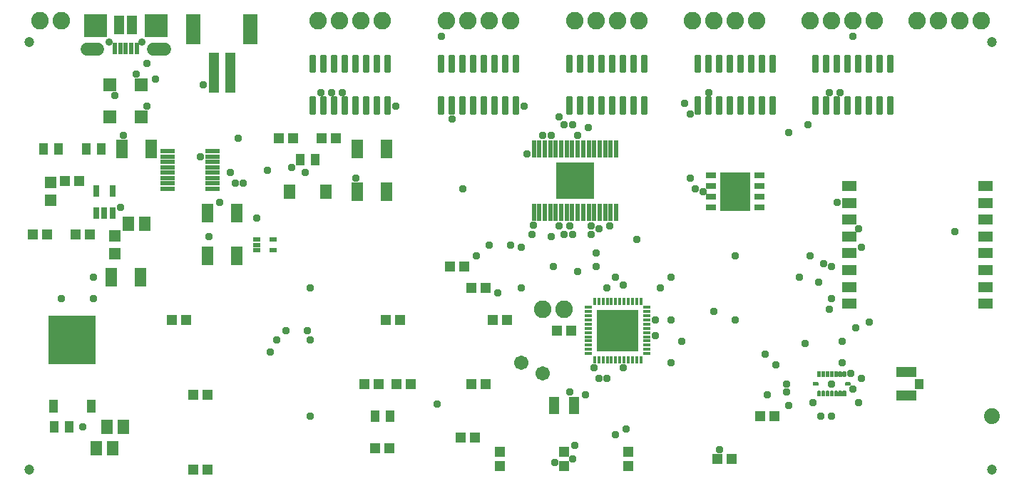
<source format=gbr>
G04 EAGLE Gerber RS-274X export*
G75*
%MOMM*%
%FSLAX34Y34*%
%LPD*%
%INSoldermask Top*%
%IPPOS*%
%AMOC8*
5,1,8,0,0,1.08239X$1,22.5*%
G01*
%ADD10C,1.203200*%
%ADD11R,1.303200X1.203200*%
%ADD12R,1.003200X1.403200*%
%ADD13R,1.203200X1.303200*%
%ADD14R,1.473200X2.263200*%
%ADD15R,1.443200X1.703200*%
%ADD16R,1.403200X1.403200*%
%ADD17R,1.603200X1.603200*%
%ADD18R,1.473200X1.673200*%
%ADD19R,0.503200X2.003200*%
%ADD20C,2.082800*%
%ADD21C,1.879600*%
%ADD22C,1.703200*%
%ADD23R,0.453200X0.953200*%
%ADD24R,0.953200X0.453200*%
%ADD25R,4.903200X4.903200*%
%ADD26C,0.353406*%
%ADD27R,1.168400X0.635000*%
%ADD28R,3.657600X4.546600*%
%ADD29R,0.753200X1.403200*%
%ADD30R,1.703200X1.203200*%
%ADD31R,1.092200X1.600200*%
%ADD32R,5.613400X5.715000*%
%ADD33R,1.203200X4.803200*%
%ADD34R,1.803200X3.603200*%
%ADD35R,1.303200X2.103200*%
%ADD36C,0.903200*%
%ADD37R,2.703200X2.703200*%
%ADD38C,1.511200*%
%ADD39R,1.203200X2.203200*%
%ADD40R,0.500000X1.450000*%
%ADD41R,2.403200X1.253200*%
%ADD42R,1.003200X1.203200*%
%ADD43R,1.803200X0.563200*%
%ADD44R,0.953200X0.603200*%
%ADD45C,0.959600*%

G36*
X695165Y765777D02*
X695165Y765777D01*
X695231Y765779D01*
X695274Y765797D01*
X695321Y765805D01*
X695378Y765839D01*
X695438Y765864D01*
X695473Y765895D01*
X695514Y765920D01*
X695556Y765971D01*
X695604Y766015D01*
X695626Y766057D01*
X695655Y766094D01*
X695676Y766156D01*
X695707Y766215D01*
X695715Y766269D01*
X695727Y766306D01*
X695726Y766346D01*
X695734Y766400D01*
X695734Y808400D01*
X695723Y808465D01*
X695721Y808531D01*
X695703Y808574D01*
X695695Y808621D01*
X695661Y808678D01*
X695636Y808738D01*
X695605Y808773D01*
X695580Y808814D01*
X695529Y808856D01*
X695485Y808904D01*
X695443Y808926D01*
X695406Y808955D01*
X695344Y808976D01*
X695285Y809007D01*
X695231Y809015D01*
X695194Y809027D01*
X695154Y809026D01*
X695100Y809034D01*
X651100Y809034D01*
X651035Y809023D01*
X650969Y809021D01*
X650926Y809003D01*
X650879Y808995D01*
X650822Y808961D01*
X650762Y808936D01*
X650727Y808905D01*
X650686Y808880D01*
X650645Y808829D01*
X650596Y808785D01*
X650574Y808743D01*
X650545Y808706D01*
X650524Y808644D01*
X650493Y808585D01*
X650485Y808531D01*
X650473Y808494D01*
X650474Y808454D01*
X650466Y808400D01*
X650466Y766400D01*
X650477Y766335D01*
X650479Y766269D01*
X650497Y766226D01*
X650505Y766179D01*
X650539Y766122D01*
X650564Y766062D01*
X650595Y766027D01*
X650620Y765986D01*
X650671Y765945D01*
X650715Y765896D01*
X650757Y765874D01*
X650794Y765845D01*
X650856Y765824D01*
X650915Y765793D01*
X650969Y765785D01*
X651006Y765773D01*
X651046Y765774D01*
X651100Y765766D01*
X695100Y765766D01*
X695165Y765777D01*
G37*
G36*
X999401Y543846D02*
X999401Y543846D01*
X999743Y543940D01*
X999744Y543940D01*
X1000040Y544135D01*
X1000040Y544136D01*
X1000041Y544136D01*
X1000262Y544412D01*
X1000262Y544413D01*
X1000263Y544413D01*
X1000388Y544745D01*
X1000387Y544746D01*
X1000388Y544746D01*
X1000394Y544869D01*
X1000394Y544870D01*
X1000404Y545100D01*
X1000404Y547100D01*
X1000388Y547454D01*
X1000387Y547455D01*
X1000388Y547455D01*
X1000263Y547787D01*
X1000262Y547787D01*
X1000262Y547788D01*
X1000041Y548064D01*
X1000040Y548064D01*
X1000040Y548065D01*
X999744Y548260D01*
X999743Y548260D01*
X999401Y548354D01*
X999400Y548354D01*
X994900Y548354D01*
X994899Y548354D01*
X994504Y548300D01*
X994504Y548299D01*
X994503Y548299D01*
X994144Y548125D01*
X994144Y548124D01*
X994143Y548124D01*
X993855Y547848D01*
X993855Y547847D01*
X993854Y547847D01*
X993666Y547495D01*
X993667Y547494D01*
X993666Y547494D01*
X993666Y547493D01*
X993663Y547476D01*
X993657Y547446D01*
X993654Y547429D01*
X993652Y547416D01*
X993649Y547399D01*
X993647Y547387D01*
X993644Y547370D01*
X993642Y547357D01*
X993639Y547340D01*
X993638Y547340D01*
X993639Y547340D01*
X993633Y547310D01*
X993630Y547293D01*
X993628Y547280D01*
X993625Y547263D01*
X993623Y547251D01*
X993620Y547234D01*
X993614Y547204D01*
X993611Y547187D01*
X993609Y547174D01*
X993606Y547157D01*
X993604Y547144D01*
X993601Y547127D01*
X993598Y547115D01*
X993596Y547101D01*
X993596Y547100D01*
X993596Y545100D01*
X993596Y545099D01*
X993666Y544706D01*
X993667Y544706D01*
X993666Y544705D01*
X993854Y544353D01*
X993855Y544353D01*
X993855Y544352D01*
X994143Y544076D01*
X994144Y544076D01*
X994144Y544075D01*
X994503Y543901D01*
X994504Y543901D01*
X994504Y543900D01*
X994899Y543846D01*
X994900Y543846D01*
X999400Y543846D01*
X999401Y543846D01*
G37*
G36*
X961201Y543846D02*
X961201Y543846D01*
X961543Y543940D01*
X961544Y543940D01*
X961840Y544135D01*
X961840Y544136D01*
X961841Y544136D01*
X962062Y544412D01*
X962062Y544413D01*
X962063Y544413D01*
X962188Y544745D01*
X962187Y544746D01*
X962188Y544746D01*
X962194Y544869D01*
X962194Y544870D01*
X962204Y545100D01*
X962204Y547100D01*
X962188Y547454D01*
X962187Y547455D01*
X962188Y547455D01*
X962063Y547787D01*
X962062Y547787D01*
X962062Y547788D01*
X961841Y548064D01*
X961840Y548064D01*
X961840Y548065D01*
X961544Y548260D01*
X961543Y548260D01*
X961201Y548354D01*
X961200Y548354D01*
X956700Y548354D01*
X956699Y548354D01*
X956304Y548300D01*
X956304Y548299D01*
X956303Y548299D01*
X955944Y548125D01*
X955944Y548124D01*
X955943Y548124D01*
X955655Y547848D01*
X955655Y547847D01*
X955654Y547847D01*
X955466Y547495D01*
X955467Y547494D01*
X955466Y547494D01*
X955466Y547493D01*
X955463Y547476D01*
X955457Y547446D01*
X955454Y547429D01*
X955452Y547416D01*
X955449Y547399D01*
X955447Y547387D01*
X955444Y547370D01*
X955442Y547357D01*
X955439Y547340D01*
X955438Y547340D01*
X955439Y547340D01*
X955433Y547310D01*
X955430Y547293D01*
X955428Y547280D01*
X955425Y547263D01*
X955423Y547251D01*
X955420Y547234D01*
X955414Y547204D01*
X955411Y547187D01*
X955409Y547174D01*
X955406Y547157D01*
X955404Y547144D01*
X955401Y547127D01*
X955398Y547115D01*
X955396Y547101D01*
X955396Y547100D01*
X955396Y545100D01*
X955396Y545099D01*
X955466Y544706D01*
X955467Y544706D01*
X955466Y544705D01*
X955654Y544353D01*
X955655Y544353D01*
X955655Y544352D01*
X955943Y544076D01*
X955944Y544076D01*
X955944Y544075D01*
X956303Y543901D01*
X956304Y543901D01*
X956304Y543900D01*
X956699Y543846D01*
X956700Y543846D01*
X961200Y543846D01*
X961201Y543846D01*
G37*
G36*
X993900Y531096D02*
X993900Y531096D01*
X994254Y531112D01*
X994255Y531113D01*
X994255Y531112D01*
X994587Y531237D01*
X994587Y531238D01*
X994588Y531238D01*
X994864Y531459D01*
X994864Y531460D01*
X994865Y531460D01*
X995060Y531756D01*
X995060Y531757D01*
X995154Y532099D01*
X995154Y532100D01*
X995154Y536600D01*
X995154Y536601D01*
X995100Y536996D01*
X995099Y536996D01*
X995099Y536997D01*
X994925Y537356D01*
X994924Y537356D01*
X994924Y537357D01*
X994648Y537645D01*
X994647Y537645D01*
X994647Y537646D01*
X994295Y537834D01*
X994294Y537833D01*
X994294Y537834D01*
X993901Y537904D01*
X993900Y537904D01*
X991900Y537904D01*
X991899Y537904D01*
X991506Y537834D01*
X991506Y537833D01*
X991505Y537834D01*
X991153Y537646D01*
X991153Y537645D01*
X991152Y537645D01*
X990876Y537357D01*
X990876Y537356D01*
X990875Y537356D01*
X990701Y536997D01*
X990701Y536996D01*
X990700Y536996D01*
X990700Y536995D01*
X990697Y536974D01*
X990694Y536949D01*
X990691Y536927D01*
X990687Y536902D01*
X990685Y536881D01*
X990681Y536855D01*
X990678Y536834D01*
X990677Y536830D01*
X990675Y536808D01*
X990672Y536787D01*
X990671Y536783D01*
X990668Y536762D01*
X990665Y536740D01*
X990665Y536736D01*
X990662Y536715D01*
X990659Y536694D01*
X990658Y536689D01*
X990655Y536668D01*
X990652Y536647D01*
X990652Y536643D01*
X990649Y536621D01*
X990646Y536601D01*
X990646Y536600D01*
X990646Y532100D01*
X990646Y532099D01*
X990740Y531757D01*
X990740Y531756D01*
X990935Y531460D01*
X990936Y531460D01*
X990936Y531459D01*
X991212Y531238D01*
X991213Y531238D01*
X991213Y531237D01*
X991545Y531112D01*
X991546Y531113D01*
X991546Y531112D01*
X991900Y531096D01*
X993900Y531096D01*
X993900Y531096D01*
G37*
G36*
X983900Y531096D02*
X983900Y531096D01*
X984254Y531112D01*
X984255Y531113D01*
X984255Y531112D01*
X984587Y531237D01*
X984587Y531238D01*
X984588Y531238D01*
X984864Y531459D01*
X984864Y531460D01*
X984865Y531460D01*
X985060Y531756D01*
X985060Y531757D01*
X985154Y532099D01*
X985154Y532100D01*
X985154Y536600D01*
X985154Y536601D01*
X985100Y536996D01*
X985099Y536996D01*
X985099Y536997D01*
X984925Y537356D01*
X984924Y537356D01*
X984924Y537357D01*
X984648Y537645D01*
X984647Y537645D01*
X984647Y537646D01*
X984295Y537834D01*
X984294Y537833D01*
X984294Y537834D01*
X983901Y537904D01*
X983900Y537904D01*
X981900Y537904D01*
X981899Y537904D01*
X981506Y537834D01*
X981506Y537833D01*
X981505Y537834D01*
X981153Y537646D01*
X981153Y537645D01*
X981152Y537645D01*
X980876Y537357D01*
X980876Y537356D01*
X980875Y537356D01*
X980701Y536997D01*
X980701Y536996D01*
X980700Y536996D01*
X980700Y536995D01*
X980697Y536974D01*
X980694Y536949D01*
X980691Y536927D01*
X980687Y536902D01*
X980685Y536881D01*
X980681Y536855D01*
X980678Y536834D01*
X980677Y536830D01*
X980675Y536808D01*
X980672Y536787D01*
X980671Y536783D01*
X980668Y536762D01*
X980665Y536740D01*
X980665Y536736D01*
X980662Y536715D01*
X980659Y536694D01*
X980658Y536689D01*
X980655Y536668D01*
X980652Y536647D01*
X980652Y536643D01*
X980649Y536621D01*
X980646Y536601D01*
X980646Y536600D01*
X980646Y532100D01*
X980646Y532099D01*
X980740Y531757D01*
X980740Y531756D01*
X980935Y531460D01*
X980936Y531460D01*
X980936Y531459D01*
X981212Y531238D01*
X981213Y531238D01*
X981213Y531237D01*
X981545Y531112D01*
X981546Y531113D01*
X981546Y531112D01*
X981900Y531096D01*
X983900Y531096D01*
X983900Y531096D01*
G37*
G36*
X988900Y531096D02*
X988900Y531096D01*
X989254Y531112D01*
X989255Y531113D01*
X989255Y531112D01*
X989587Y531237D01*
X989587Y531238D01*
X989588Y531238D01*
X989864Y531459D01*
X989864Y531460D01*
X989865Y531460D01*
X990060Y531756D01*
X990060Y531757D01*
X990154Y532099D01*
X990154Y532100D01*
X990154Y536600D01*
X990154Y536601D01*
X990100Y536996D01*
X990099Y536996D01*
X990099Y536997D01*
X989925Y537356D01*
X989924Y537356D01*
X989924Y537357D01*
X989648Y537645D01*
X989647Y537645D01*
X989647Y537646D01*
X989295Y537834D01*
X989294Y537833D01*
X989294Y537834D01*
X988901Y537904D01*
X988900Y537904D01*
X986900Y537904D01*
X986899Y537904D01*
X986506Y537834D01*
X986506Y537833D01*
X986505Y537834D01*
X986153Y537646D01*
X986153Y537645D01*
X986152Y537645D01*
X985876Y537357D01*
X985876Y537356D01*
X985875Y537356D01*
X985701Y536997D01*
X985701Y536996D01*
X985700Y536996D01*
X985700Y536995D01*
X985697Y536974D01*
X985694Y536949D01*
X985691Y536927D01*
X985687Y536902D01*
X985685Y536881D01*
X985681Y536855D01*
X985678Y536834D01*
X985677Y536830D01*
X985675Y536808D01*
X985672Y536787D01*
X985671Y536783D01*
X985668Y536762D01*
X985665Y536740D01*
X985665Y536736D01*
X985662Y536715D01*
X985659Y536694D01*
X985658Y536689D01*
X985655Y536668D01*
X985652Y536647D01*
X985652Y536643D01*
X985649Y536621D01*
X985646Y536601D01*
X985646Y536600D01*
X985646Y532100D01*
X985646Y532099D01*
X985740Y531757D01*
X985740Y531756D01*
X985935Y531460D01*
X985936Y531460D01*
X985936Y531459D01*
X986212Y531238D01*
X986213Y531238D01*
X986213Y531237D01*
X986545Y531112D01*
X986546Y531113D01*
X986546Y531112D01*
X986900Y531096D01*
X988900Y531096D01*
X988900Y531096D01*
G37*
G36*
X973900Y531096D02*
X973900Y531096D01*
X974254Y531112D01*
X974255Y531113D01*
X974255Y531112D01*
X974587Y531237D01*
X974587Y531238D01*
X974588Y531238D01*
X974864Y531459D01*
X974864Y531460D01*
X974865Y531460D01*
X975060Y531756D01*
X975060Y531757D01*
X975154Y532099D01*
X975154Y532100D01*
X975154Y536600D01*
X975154Y536601D01*
X975100Y536996D01*
X975099Y536996D01*
X975099Y536997D01*
X974925Y537356D01*
X974924Y537356D01*
X974924Y537357D01*
X974648Y537645D01*
X974647Y537645D01*
X974647Y537646D01*
X974295Y537834D01*
X974294Y537833D01*
X974294Y537834D01*
X973901Y537904D01*
X973900Y537904D01*
X971900Y537904D01*
X971899Y537904D01*
X971506Y537834D01*
X971506Y537833D01*
X971505Y537834D01*
X971153Y537646D01*
X971153Y537645D01*
X971152Y537645D01*
X970876Y537357D01*
X970876Y537356D01*
X970875Y537356D01*
X970701Y536997D01*
X970701Y536996D01*
X970700Y536996D01*
X970700Y536995D01*
X970697Y536974D01*
X970694Y536949D01*
X970691Y536927D01*
X970687Y536902D01*
X970685Y536881D01*
X970681Y536855D01*
X970678Y536834D01*
X970677Y536830D01*
X970675Y536808D01*
X970672Y536787D01*
X970671Y536783D01*
X970668Y536762D01*
X970665Y536740D01*
X970665Y536736D01*
X970662Y536715D01*
X970659Y536694D01*
X970658Y536689D01*
X970655Y536668D01*
X970652Y536647D01*
X970652Y536643D01*
X970649Y536621D01*
X970646Y536601D01*
X970646Y536600D01*
X970646Y532100D01*
X970646Y532099D01*
X970740Y531757D01*
X970740Y531756D01*
X970935Y531460D01*
X970936Y531460D01*
X970936Y531459D01*
X971212Y531238D01*
X971213Y531238D01*
X971213Y531237D01*
X971545Y531112D01*
X971546Y531113D01*
X971546Y531112D01*
X971900Y531096D01*
X973900Y531096D01*
X973900Y531096D01*
G37*
G36*
X963900Y531096D02*
X963900Y531096D01*
X964254Y531112D01*
X964255Y531113D01*
X964255Y531112D01*
X964587Y531237D01*
X964587Y531238D01*
X964588Y531238D01*
X964864Y531459D01*
X964864Y531460D01*
X964865Y531460D01*
X965060Y531756D01*
X965060Y531757D01*
X965154Y532099D01*
X965154Y532100D01*
X965154Y536600D01*
X965154Y536601D01*
X965100Y536996D01*
X965099Y536996D01*
X965099Y536997D01*
X964925Y537356D01*
X964924Y537356D01*
X964924Y537357D01*
X964648Y537645D01*
X964647Y537645D01*
X964647Y537646D01*
X964295Y537834D01*
X964294Y537833D01*
X964294Y537834D01*
X963901Y537904D01*
X963900Y537904D01*
X961900Y537904D01*
X961899Y537904D01*
X961506Y537834D01*
X961506Y537833D01*
X961505Y537834D01*
X961153Y537646D01*
X961153Y537645D01*
X961152Y537645D01*
X960876Y537357D01*
X960876Y537356D01*
X960875Y537356D01*
X960701Y536997D01*
X960701Y536996D01*
X960700Y536996D01*
X960700Y536995D01*
X960697Y536974D01*
X960694Y536949D01*
X960691Y536927D01*
X960687Y536902D01*
X960685Y536881D01*
X960681Y536855D01*
X960678Y536834D01*
X960677Y536830D01*
X960675Y536808D01*
X960672Y536787D01*
X960671Y536783D01*
X960668Y536762D01*
X960665Y536740D01*
X960665Y536736D01*
X960662Y536715D01*
X960659Y536694D01*
X960658Y536689D01*
X960655Y536668D01*
X960652Y536647D01*
X960652Y536643D01*
X960649Y536621D01*
X960646Y536601D01*
X960646Y536600D01*
X960646Y532100D01*
X960646Y532099D01*
X960740Y531757D01*
X960740Y531756D01*
X960935Y531460D01*
X960936Y531460D01*
X960936Y531459D01*
X961212Y531238D01*
X961213Y531238D01*
X961213Y531237D01*
X961545Y531112D01*
X961546Y531113D01*
X961546Y531112D01*
X961900Y531096D01*
X963900Y531096D01*
X963900Y531096D01*
G37*
G36*
X978900Y531096D02*
X978900Y531096D01*
X979254Y531112D01*
X979255Y531113D01*
X979255Y531112D01*
X979587Y531237D01*
X979587Y531238D01*
X979588Y531238D01*
X979864Y531459D01*
X979864Y531460D01*
X979865Y531460D01*
X980060Y531756D01*
X980060Y531757D01*
X980154Y532099D01*
X980154Y532100D01*
X980154Y536600D01*
X980154Y536601D01*
X980100Y536996D01*
X980099Y536996D01*
X980099Y536997D01*
X979925Y537356D01*
X979924Y537356D01*
X979924Y537357D01*
X979648Y537645D01*
X979647Y537645D01*
X979647Y537646D01*
X979295Y537834D01*
X979294Y537833D01*
X979294Y537834D01*
X978901Y537904D01*
X978900Y537904D01*
X976900Y537904D01*
X976899Y537904D01*
X976506Y537834D01*
X976506Y537833D01*
X976505Y537834D01*
X976153Y537646D01*
X976153Y537645D01*
X976152Y537645D01*
X975876Y537357D01*
X975876Y537356D01*
X975875Y537356D01*
X975701Y536997D01*
X975701Y536996D01*
X975700Y536996D01*
X975700Y536995D01*
X975697Y536974D01*
X975694Y536949D01*
X975691Y536927D01*
X975687Y536902D01*
X975685Y536881D01*
X975681Y536855D01*
X975678Y536834D01*
X975677Y536830D01*
X975675Y536808D01*
X975672Y536787D01*
X975671Y536783D01*
X975668Y536762D01*
X975665Y536740D01*
X975665Y536736D01*
X975662Y536715D01*
X975659Y536694D01*
X975658Y536689D01*
X975655Y536668D01*
X975652Y536647D01*
X975652Y536643D01*
X975649Y536621D01*
X975646Y536601D01*
X975646Y536600D01*
X975646Y532100D01*
X975646Y532099D01*
X975740Y531757D01*
X975740Y531756D01*
X975935Y531460D01*
X975936Y531460D01*
X975936Y531459D01*
X976212Y531238D01*
X976213Y531238D01*
X976213Y531237D01*
X976545Y531112D01*
X976546Y531113D01*
X976546Y531112D01*
X976900Y531096D01*
X978900Y531096D01*
X978900Y531096D01*
G37*
G36*
X968900Y531096D02*
X968900Y531096D01*
X969254Y531112D01*
X969255Y531113D01*
X969255Y531112D01*
X969587Y531237D01*
X969587Y531238D01*
X969588Y531238D01*
X969864Y531459D01*
X969864Y531460D01*
X969865Y531460D01*
X970060Y531756D01*
X970060Y531757D01*
X970154Y532099D01*
X970154Y532100D01*
X970154Y536600D01*
X970154Y536601D01*
X970100Y536996D01*
X970099Y536996D01*
X970099Y536997D01*
X969925Y537356D01*
X969924Y537356D01*
X969924Y537357D01*
X969648Y537645D01*
X969647Y537645D01*
X969647Y537646D01*
X969295Y537834D01*
X969294Y537833D01*
X969294Y537834D01*
X968901Y537904D01*
X968900Y537904D01*
X966900Y537904D01*
X966899Y537904D01*
X966506Y537834D01*
X966506Y537833D01*
X966505Y537834D01*
X966153Y537646D01*
X966153Y537645D01*
X966152Y537645D01*
X965876Y537357D01*
X965876Y537356D01*
X965875Y537356D01*
X965701Y536997D01*
X965701Y536996D01*
X965700Y536996D01*
X965700Y536995D01*
X965697Y536974D01*
X965694Y536949D01*
X965691Y536927D01*
X965687Y536902D01*
X965685Y536881D01*
X965681Y536855D01*
X965678Y536834D01*
X965677Y536830D01*
X965675Y536808D01*
X965672Y536787D01*
X965671Y536783D01*
X965668Y536762D01*
X965665Y536740D01*
X965665Y536736D01*
X965662Y536715D01*
X965659Y536694D01*
X965658Y536689D01*
X965655Y536668D01*
X965652Y536647D01*
X965652Y536643D01*
X965649Y536621D01*
X965646Y536601D01*
X965646Y536600D01*
X965646Y532100D01*
X965646Y532099D01*
X965740Y531757D01*
X965740Y531756D01*
X965935Y531460D01*
X965936Y531460D01*
X965936Y531459D01*
X966212Y531238D01*
X966213Y531238D01*
X966213Y531237D01*
X966545Y531112D01*
X966546Y531113D01*
X966546Y531112D01*
X966900Y531096D01*
X968900Y531096D01*
X968900Y531096D01*
G37*
G36*
X968900Y554296D02*
X968900Y554296D01*
X968901Y554296D01*
X969294Y554366D01*
X969294Y554367D01*
X969295Y554366D01*
X969647Y554554D01*
X969647Y554555D01*
X969648Y554555D01*
X969924Y554843D01*
X969924Y554844D01*
X969925Y554844D01*
X970099Y555203D01*
X970099Y555204D01*
X970100Y555204D01*
X970100Y555205D01*
X970103Y555226D01*
X970106Y555251D01*
X970106Y555252D01*
X970109Y555273D01*
X970113Y555298D01*
X970115Y555319D01*
X970116Y555319D01*
X970116Y555320D01*
X970119Y555345D01*
X970122Y555366D01*
X970123Y555370D01*
X970123Y555371D01*
X970125Y555392D01*
X970126Y555392D01*
X970125Y555392D01*
X970128Y555413D01*
X970129Y555417D01*
X970132Y555438D01*
X970132Y555439D01*
X970135Y555460D01*
X970135Y555464D01*
X970136Y555464D01*
X970135Y555464D01*
X970138Y555485D01*
X970141Y555506D01*
X970141Y555507D01*
X970142Y555511D01*
X970145Y555532D01*
X970148Y555553D01*
X970148Y555557D01*
X970148Y555558D01*
X970151Y555579D01*
X970154Y555599D01*
X970154Y555600D01*
X970154Y560100D01*
X970154Y560101D01*
X970060Y560443D01*
X970060Y560444D01*
X969865Y560740D01*
X969864Y560740D01*
X969864Y560741D01*
X969588Y560962D01*
X969587Y560962D01*
X969587Y560963D01*
X969255Y561088D01*
X969255Y561087D01*
X969254Y561087D01*
X969254Y561088D01*
X968900Y561104D01*
X966900Y561104D01*
X966546Y561088D01*
X966545Y561087D01*
X966545Y561088D01*
X966213Y560963D01*
X966213Y560962D01*
X966212Y560962D01*
X965936Y560741D01*
X965936Y560740D01*
X965935Y560740D01*
X965740Y560444D01*
X965740Y560443D01*
X965646Y560101D01*
X965646Y560100D01*
X965646Y555600D01*
X965646Y555599D01*
X965700Y555204D01*
X965701Y555204D01*
X965701Y555203D01*
X965875Y554844D01*
X965876Y554844D01*
X965876Y554843D01*
X966152Y554555D01*
X966153Y554555D01*
X966153Y554554D01*
X966505Y554366D01*
X966506Y554367D01*
X966506Y554366D01*
X966899Y554296D01*
X966900Y554296D01*
X968900Y554296D01*
X968900Y554296D01*
G37*
G36*
X983900Y554296D02*
X983900Y554296D01*
X983901Y554296D01*
X984294Y554366D01*
X984294Y554367D01*
X984295Y554366D01*
X984647Y554554D01*
X984647Y554555D01*
X984648Y554555D01*
X984924Y554843D01*
X984924Y554844D01*
X984925Y554844D01*
X985099Y555203D01*
X985099Y555204D01*
X985100Y555204D01*
X985100Y555205D01*
X985103Y555226D01*
X985106Y555251D01*
X985106Y555252D01*
X985109Y555273D01*
X985113Y555298D01*
X985115Y555319D01*
X985116Y555319D01*
X985116Y555320D01*
X985119Y555345D01*
X985122Y555366D01*
X985123Y555370D01*
X985123Y555371D01*
X985125Y555392D01*
X985126Y555392D01*
X985125Y555392D01*
X985128Y555413D01*
X985129Y555417D01*
X985132Y555438D01*
X985132Y555439D01*
X985135Y555460D01*
X985135Y555464D01*
X985136Y555464D01*
X985135Y555464D01*
X985138Y555485D01*
X985141Y555506D01*
X985141Y555507D01*
X985142Y555511D01*
X985145Y555532D01*
X985148Y555553D01*
X985148Y555557D01*
X985148Y555558D01*
X985151Y555579D01*
X985154Y555599D01*
X985154Y555600D01*
X985154Y560100D01*
X985154Y560101D01*
X985060Y560443D01*
X985060Y560444D01*
X984865Y560740D01*
X984864Y560740D01*
X984864Y560741D01*
X984588Y560962D01*
X984587Y560962D01*
X984587Y560963D01*
X984255Y561088D01*
X984255Y561087D01*
X984254Y561087D01*
X984254Y561088D01*
X983900Y561104D01*
X981900Y561104D01*
X981546Y561088D01*
X981545Y561087D01*
X981545Y561088D01*
X981213Y560963D01*
X981213Y560962D01*
X981212Y560962D01*
X980936Y560741D01*
X980936Y560740D01*
X980935Y560740D01*
X980740Y560444D01*
X980740Y560443D01*
X980646Y560101D01*
X980646Y560100D01*
X980646Y555600D01*
X980646Y555599D01*
X980700Y555204D01*
X980701Y555204D01*
X980701Y555203D01*
X980875Y554844D01*
X980876Y554844D01*
X980876Y554843D01*
X981152Y554555D01*
X981153Y554555D01*
X981153Y554554D01*
X981505Y554366D01*
X981506Y554367D01*
X981506Y554366D01*
X981899Y554296D01*
X981900Y554296D01*
X983900Y554296D01*
X983900Y554296D01*
G37*
G36*
X988900Y554296D02*
X988900Y554296D01*
X988901Y554296D01*
X989294Y554366D01*
X989294Y554367D01*
X989295Y554366D01*
X989647Y554554D01*
X989647Y554555D01*
X989648Y554555D01*
X989924Y554843D01*
X989924Y554844D01*
X989925Y554844D01*
X990099Y555203D01*
X990099Y555204D01*
X990100Y555204D01*
X990100Y555205D01*
X990103Y555226D01*
X990106Y555251D01*
X990106Y555252D01*
X990109Y555273D01*
X990113Y555298D01*
X990115Y555319D01*
X990116Y555319D01*
X990116Y555320D01*
X990119Y555345D01*
X990122Y555366D01*
X990123Y555370D01*
X990123Y555371D01*
X990125Y555392D01*
X990126Y555392D01*
X990125Y555392D01*
X990128Y555413D01*
X990129Y555417D01*
X990132Y555438D01*
X990132Y555439D01*
X990135Y555460D01*
X990135Y555464D01*
X990136Y555464D01*
X990135Y555464D01*
X990138Y555485D01*
X990141Y555506D01*
X990141Y555507D01*
X990142Y555511D01*
X990145Y555532D01*
X990148Y555553D01*
X990148Y555557D01*
X990148Y555558D01*
X990151Y555579D01*
X990154Y555599D01*
X990154Y555600D01*
X990154Y560100D01*
X990154Y560101D01*
X990060Y560443D01*
X990060Y560444D01*
X989865Y560740D01*
X989864Y560740D01*
X989864Y560741D01*
X989588Y560962D01*
X989587Y560962D01*
X989587Y560963D01*
X989255Y561088D01*
X989255Y561087D01*
X989254Y561087D01*
X989254Y561088D01*
X988900Y561104D01*
X986900Y561104D01*
X986546Y561088D01*
X986545Y561087D01*
X986545Y561088D01*
X986213Y560963D01*
X986213Y560962D01*
X986212Y560962D01*
X985936Y560741D01*
X985936Y560740D01*
X985935Y560740D01*
X985740Y560444D01*
X985740Y560443D01*
X985646Y560101D01*
X985646Y560100D01*
X985646Y555600D01*
X985646Y555599D01*
X985700Y555204D01*
X985701Y555204D01*
X985701Y555203D01*
X985875Y554844D01*
X985876Y554844D01*
X985876Y554843D01*
X986152Y554555D01*
X986153Y554555D01*
X986153Y554554D01*
X986505Y554366D01*
X986506Y554367D01*
X986506Y554366D01*
X986899Y554296D01*
X986900Y554296D01*
X988900Y554296D01*
X988900Y554296D01*
G37*
G36*
X973900Y554296D02*
X973900Y554296D01*
X973901Y554296D01*
X974294Y554366D01*
X974294Y554367D01*
X974295Y554366D01*
X974647Y554554D01*
X974647Y554555D01*
X974648Y554555D01*
X974924Y554843D01*
X974924Y554844D01*
X974925Y554844D01*
X975099Y555203D01*
X975099Y555204D01*
X975100Y555204D01*
X975100Y555205D01*
X975103Y555226D01*
X975106Y555251D01*
X975106Y555252D01*
X975109Y555273D01*
X975113Y555298D01*
X975115Y555319D01*
X975116Y555319D01*
X975116Y555320D01*
X975119Y555345D01*
X975122Y555366D01*
X975123Y555370D01*
X975123Y555371D01*
X975125Y555392D01*
X975126Y555392D01*
X975125Y555392D01*
X975128Y555413D01*
X975129Y555417D01*
X975132Y555438D01*
X975132Y555439D01*
X975135Y555460D01*
X975135Y555464D01*
X975136Y555464D01*
X975135Y555464D01*
X975138Y555485D01*
X975141Y555506D01*
X975141Y555507D01*
X975142Y555511D01*
X975145Y555532D01*
X975148Y555553D01*
X975148Y555557D01*
X975148Y555558D01*
X975151Y555579D01*
X975154Y555599D01*
X975154Y555600D01*
X975154Y560100D01*
X975154Y560101D01*
X975060Y560443D01*
X975060Y560444D01*
X974865Y560740D01*
X974864Y560740D01*
X974864Y560741D01*
X974588Y560962D01*
X974587Y560962D01*
X974587Y560963D01*
X974255Y561088D01*
X974255Y561087D01*
X974254Y561087D01*
X974254Y561088D01*
X973900Y561104D01*
X971900Y561104D01*
X971546Y561088D01*
X971545Y561087D01*
X971545Y561088D01*
X971213Y560963D01*
X971213Y560962D01*
X971212Y560962D01*
X970936Y560741D01*
X970936Y560740D01*
X970935Y560740D01*
X970740Y560444D01*
X970740Y560443D01*
X970646Y560101D01*
X970646Y560100D01*
X970646Y555600D01*
X970646Y555599D01*
X970700Y555204D01*
X970701Y555204D01*
X970701Y555203D01*
X970875Y554844D01*
X970876Y554844D01*
X970876Y554843D01*
X971152Y554555D01*
X971153Y554555D01*
X971153Y554554D01*
X971505Y554366D01*
X971506Y554367D01*
X971506Y554366D01*
X971899Y554296D01*
X971900Y554296D01*
X973900Y554296D01*
X973900Y554296D01*
G37*
G36*
X993900Y554296D02*
X993900Y554296D01*
X993901Y554296D01*
X994294Y554366D01*
X994294Y554367D01*
X994295Y554366D01*
X994647Y554554D01*
X994647Y554555D01*
X994648Y554555D01*
X994924Y554843D01*
X994924Y554844D01*
X994925Y554844D01*
X995099Y555203D01*
X995099Y555204D01*
X995100Y555204D01*
X995100Y555205D01*
X995103Y555226D01*
X995106Y555251D01*
X995106Y555252D01*
X995109Y555273D01*
X995113Y555298D01*
X995115Y555319D01*
X995116Y555319D01*
X995116Y555320D01*
X995119Y555345D01*
X995122Y555366D01*
X995123Y555370D01*
X995123Y555371D01*
X995125Y555392D01*
X995126Y555392D01*
X995125Y555392D01*
X995128Y555413D01*
X995129Y555417D01*
X995132Y555438D01*
X995132Y555439D01*
X995135Y555460D01*
X995135Y555464D01*
X995136Y555464D01*
X995135Y555464D01*
X995138Y555485D01*
X995141Y555506D01*
X995141Y555507D01*
X995142Y555511D01*
X995145Y555532D01*
X995148Y555553D01*
X995148Y555557D01*
X995148Y555558D01*
X995151Y555579D01*
X995154Y555599D01*
X995154Y555600D01*
X995154Y560100D01*
X995154Y560101D01*
X995060Y560443D01*
X995060Y560444D01*
X994865Y560740D01*
X994864Y560740D01*
X994864Y560741D01*
X994588Y560962D01*
X994587Y560962D01*
X994587Y560963D01*
X994255Y561088D01*
X994255Y561087D01*
X994254Y561087D01*
X994254Y561088D01*
X993900Y561104D01*
X991900Y561104D01*
X991546Y561088D01*
X991545Y561087D01*
X991545Y561088D01*
X991213Y560963D01*
X991213Y560962D01*
X991212Y560962D01*
X990936Y560741D01*
X990936Y560740D01*
X990935Y560740D01*
X990740Y560444D01*
X990740Y560443D01*
X990646Y560101D01*
X990646Y560100D01*
X990646Y555600D01*
X990646Y555599D01*
X990700Y555204D01*
X990701Y555204D01*
X990701Y555203D01*
X990875Y554844D01*
X990876Y554844D01*
X990876Y554843D01*
X991152Y554555D01*
X991153Y554555D01*
X991153Y554554D01*
X991505Y554366D01*
X991506Y554367D01*
X991506Y554366D01*
X991899Y554296D01*
X991900Y554296D01*
X993900Y554296D01*
X993900Y554296D01*
G37*
G36*
X978900Y554296D02*
X978900Y554296D01*
X978901Y554296D01*
X979294Y554366D01*
X979294Y554367D01*
X979295Y554366D01*
X979647Y554554D01*
X979647Y554555D01*
X979648Y554555D01*
X979924Y554843D01*
X979924Y554844D01*
X979925Y554844D01*
X980099Y555203D01*
X980099Y555204D01*
X980100Y555204D01*
X980100Y555205D01*
X980103Y555226D01*
X980106Y555251D01*
X980106Y555252D01*
X980109Y555273D01*
X980113Y555298D01*
X980115Y555319D01*
X980116Y555319D01*
X980116Y555320D01*
X980119Y555345D01*
X980122Y555366D01*
X980123Y555370D01*
X980123Y555371D01*
X980125Y555392D01*
X980126Y555392D01*
X980125Y555392D01*
X980128Y555413D01*
X980129Y555417D01*
X980132Y555438D01*
X980132Y555439D01*
X980135Y555460D01*
X980135Y555464D01*
X980136Y555464D01*
X980135Y555464D01*
X980138Y555485D01*
X980141Y555506D01*
X980141Y555507D01*
X980142Y555511D01*
X980145Y555532D01*
X980148Y555553D01*
X980148Y555557D01*
X980148Y555558D01*
X980151Y555579D01*
X980154Y555599D01*
X980154Y555600D01*
X980154Y560100D01*
X980154Y560101D01*
X980060Y560443D01*
X980060Y560444D01*
X979865Y560740D01*
X979864Y560740D01*
X979864Y560741D01*
X979588Y560962D01*
X979587Y560962D01*
X979587Y560963D01*
X979255Y561088D01*
X979255Y561087D01*
X979254Y561087D01*
X979254Y561088D01*
X978900Y561104D01*
X976900Y561104D01*
X976546Y561088D01*
X976545Y561087D01*
X976545Y561088D01*
X976213Y560963D01*
X976213Y560962D01*
X976212Y560962D01*
X975936Y560741D01*
X975936Y560740D01*
X975935Y560740D01*
X975740Y560444D01*
X975740Y560443D01*
X975646Y560101D01*
X975646Y560100D01*
X975646Y555600D01*
X975646Y555599D01*
X975700Y555204D01*
X975701Y555204D01*
X975701Y555203D01*
X975875Y554844D01*
X975876Y554844D01*
X975876Y554843D01*
X976152Y554555D01*
X976153Y554555D01*
X976153Y554554D01*
X976505Y554366D01*
X976506Y554367D01*
X976506Y554366D01*
X976899Y554296D01*
X976900Y554296D01*
X978900Y554296D01*
X978900Y554296D01*
G37*
G36*
X963900Y554296D02*
X963900Y554296D01*
X963901Y554296D01*
X964294Y554366D01*
X964294Y554367D01*
X964295Y554366D01*
X964647Y554554D01*
X964647Y554555D01*
X964648Y554555D01*
X964924Y554843D01*
X964924Y554844D01*
X964925Y554844D01*
X965099Y555203D01*
X965099Y555204D01*
X965100Y555204D01*
X965100Y555205D01*
X965103Y555226D01*
X965106Y555251D01*
X965106Y555252D01*
X965109Y555273D01*
X965113Y555298D01*
X965115Y555319D01*
X965116Y555319D01*
X965116Y555320D01*
X965119Y555345D01*
X965122Y555366D01*
X965123Y555370D01*
X965123Y555371D01*
X965125Y555392D01*
X965126Y555392D01*
X965125Y555392D01*
X965128Y555413D01*
X965129Y555417D01*
X965132Y555438D01*
X965132Y555439D01*
X965135Y555460D01*
X965135Y555464D01*
X965136Y555464D01*
X965135Y555464D01*
X965138Y555485D01*
X965141Y555506D01*
X965141Y555507D01*
X965142Y555511D01*
X965145Y555532D01*
X965148Y555553D01*
X965148Y555557D01*
X965148Y555558D01*
X965151Y555579D01*
X965154Y555599D01*
X965154Y555600D01*
X965154Y560100D01*
X965154Y560101D01*
X965060Y560443D01*
X965060Y560444D01*
X964865Y560740D01*
X964864Y560740D01*
X964864Y560741D01*
X964588Y560962D01*
X964587Y560962D01*
X964587Y560963D01*
X964255Y561088D01*
X964255Y561087D01*
X964254Y561087D01*
X964254Y561088D01*
X963900Y561104D01*
X961900Y561104D01*
X961546Y561088D01*
X961545Y561087D01*
X961545Y561088D01*
X961213Y560963D01*
X961213Y560962D01*
X961212Y560962D01*
X960936Y560741D01*
X960936Y560740D01*
X960935Y560740D01*
X960740Y560444D01*
X960740Y560443D01*
X960646Y560101D01*
X960646Y560100D01*
X960646Y555600D01*
X960646Y555599D01*
X960700Y555204D01*
X960701Y555204D01*
X960701Y555203D01*
X960875Y554844D01*
X960876Y554844D01*
X960876Y554843D01*
X961152Y554555D01*
X961153Y554555D01*
X961153Y554554D01*
X961505Y554366D01*
X961506Y554367D01*
X961506Y554366D01*
X961899Y554296D01*
X961900Y554296D01*
X963900Y554296D01*
X963900Y554296D01*
G37*
D10*
X25400Y952500D03*
X25400Y444500D03*
X1168400Y444500D03*
X1168400Y952500D03*
D11*
X668900Y609600D03*
X651900Y609600D03*
X194700Y622300D03*
X211700Y622300D03*
X220100Y533400D03*
X237100Y533400D03*
X436000Y469900D03*
X453000Y469900D03*
D12*
X92600Y825500D03*
X110600Y825500D03*
D13*
X736600Y465700D03*
X736600Y448700D03*
D12*
X54500Y495300D03*
X72500Y495300D03*
D14*
X169950Y825500D03*
X134850Y825500D03*
X236450Y749300D03*
X271550Y749300D03*
X414250Y774700D03*
X449350Y774700D03*
D12*
X41800Y825500D03*
X59800Y825500D03*
D13*
X584200Y465700D03*
X584200Y448700D03*
D12*
X435500Y508000D03*
X453500Y508000D03*
D11*
X220100Y444500D03*
X237100Y444500D03*
D15*
X142900Y736600D03*
X161900Y736600D03*
D13*
X660400Y465700D03*
X660400Y448700D03*
D15*
X123800Y469900D03*
X104800Y469900D03*
D14*
X236450Y698500D03*
X271550Y698500D03*
X122150Y673100D03*
X157250Y673100D03*
X414250Y825500D03*
X449350Y825500D03*
D15*
X117500Y495300D03*
X136500Y495300D03*
D16*
X127000Y721700D03*
X127000Y700700D03*
D17*
X158200Y901700D03*
X121200Y901700D03*
D18*
X334100Y774700D03*
X377100Y774700D03*
D17*
X158200Y863600D03*
X121200Y863600D03*
D19*
X624350Y749900D03*
X630850Y749900D03*
X637350Y749900D03*
X643850Y749900D03*
X650350Y749900D03*
X656850Y749900D03*
X663350Y749900D03*
X669850Y749900D03*
X676350Y749900D03*
X682850Y749900D03*
X689350Y749900D03*
X695850Y749900D03*
X702350Y749900D03*
X708850Y749900D03*
X715350Y749900D03*
X721850Y749900D03*
X721850Y824900D03*
X715350Y824900D03*
X708850Y824900D03*
X702350Y824900D03*
X695850Y824900D03*
X689350Y824900D03*
X682850Y824900D03*
X676350Y824900D03*
X669850Y824900D03*
X663350Y824900D03*
X656850Y824900D03*
X650350Y824900D03*
X643850Y824900D03*
X637350Y824900D03*
X630850Y824900D03*
X624350Y824900D03*
D20*
X635000Y635000D03*
X660400Y635000D03*
X673100Y977900D03*
X698500Y977900D03*
X723900Y977900D03*
X749300Y977900D03*
X520700Y977900D03*
X546100Y977900D03*
X571500Y977900D03*
X596900Y977900D03*
X812800Y977900D03*
X838200Y977900D03*
X863600Y977900D03*
X889000Y977900D03*
X368300Y977900D03*
X393700Y977900D03*
X419100Y977900D03*
X444500Y977900D03*
X952500Y977900D03*
X977900Y977900D03*
X1003300Y977900D03*
X1028700Y977900D03*
X63500Y977900D03*
X38100Y977900D03*
D21*
X1168400Y508000D03*
D16*
X50800Y785200D03*
X50800Y764200D03*
D12*
X346600Y812800D03*
X364600Y812800D03*
D11*
X537600Y482600D03*
X554600Y482600D03*
X550300Y660400D03*
X567300Y660400D03*
X372500Y838200D03*
X389500Y838200D03*
X321700Y838200D03*
X338700Y838200D03*
X550300Y546100D03*
X567300Y546100D03*
X80400Y723900D03*
X97400Y723900D03*
X893200Y508000D03*
X910200Y508000D03*
X524900Y685800D03*
X541900Y685800D03*
X575700Y622300D03*
X592700Y622300D03*
X859400Y457200D03*
X842400Y457200D03*
X29600Y723900D03*
X46600Y723900D03*
X67700Y787400D03*
X84700Y787400D03*
X461400Y546100D03*
X478400Y546100D03*
D22*
X609600Y571500D03*
X635000Y558800D03*
D23*
X696400Y574850D03*
X701400Y574850D03*
X706400Y574850D03*
X711400Y574850D03*
X716400Y574850D03*
X721400Y574850D03*
X726400Y574850D03*
X731400Y574850D03*
X736400Y574850D03*
X741400Y574850D03*
X746400Y574850D03*
D24*
X758650Y582100D03*
X758650Y587100D03*
X758650Y592100D03*
X758650Y597100D03*
X758650Y602100D03*
X758650Y607100D03*
X758650Y612100D03*
X758650Y617100D03*
X758650Y622100D03*
X758650Y627100D03*
X758650Y632100D03*
D23*
X751400Y644350D03*
X746400Y644350D03*
X741400Y644350D03*
X736400Y644350D03*
X731400Y644350D03*
X726400Y644350D03*
X721400Y644350D03*
X716400Y644350D03*
X711400Y644350D03*
X706400Y644350D03*
X701400Y644350D03*
D24*
X689150Y637100D03*
X689150Y632100D03*
X689150Y627100D03*
X689150Y622100D03*
X689150Y617100D03*
X689150Y612100D03*
X689150Y607100D03*
X689150Y602100D03*
X689150Y597100D03*
X689150Y592100D03*
X689150Y587100D03*
D25*
X723900Y609600D03*
D23*
X751400Y574850D03*
D24*
X758650Y637100D03*
D23*
X696400Y644350D03*
D24*
X689150Y582100D03*
D26*
X821399Y867851D02*
X821399Y886049D01*
X821399Y867851D02*
X816901Y867851D01*
X816901Y886049D01*
X821399Y886049D01*
X821399Y871208D02*
X816901Y871208D01*
X816901Y874565D02*
X821399Y874565D01*
X821399Y877922D02*
X816901Y877922D01*
X816901Y881279D02*
X821399Y881279D01*
X821399Y884636D02*
X816901Y884636D01*
X834099Y886049D02*
X834099Y867851D01*
X829601Y867851D01*
X829601Y886049D01*
X834099Y886049D01*
X834099Y871208D02*
X829601Y871208D01*
X829601Y874565D02*
X834099Y874565D01*
X834099Y877922D02*
X829601Y877922D01*
X829601Y881279D02*
X834099Y881279D01*
X834099Y884636D02*
X829601Y884636D01*
X846799Y886049D02*
X846799Y867851D01*
X842301Y867851D01*
X842301Y886049D01*
X846799Y886049D01*
X846799Y871208D02*
X842301Y871208D01*
X842301Y874565D02*
X846799Y874565D01*
X846799Y877922D02*
X842301Y877922D01*
X842301Y881279D02*
X846799Y881279D01*
X846799Y884636D02*
X842301Y884636D01*
X859499Y886049D02*
X859499Y867851D01*
X855001Y867851D01*
X855001Y886049D01*
X859499Y886049D01*
X859499Y871208D02*
X855001Y871208D01*
X855001Y874565D02*
X859499Y874565D01*
X859499Y877922D02*
X855001Y877922D01*
X855001Y881279D02*
X859499Y881279D01*
X859499Y884636D02*
X855001Y884636D01*
X872199Y886049D02*
X872199Y867851D01*
X867701Y867851D01*
X867701Y886049D01*
X872199Y886049D01*
X872199Y871208D02*
X867701Y871208D01*
X867701Y874565D02*
X872199Y874565D01*
X872199Y877922D02*
X867701Y877922D01*
X867701Y881279D02*
X872199Y881279D01*
X872199Y884636D02*
X867701Y884636D01*
X884899Y886049D02*
X884899Y867851D01*
X880401Y867851D01*
X880401Y886049D01*
X884899Y886049D01*
X884899Y871208D02*
X880401Y871208D01*
X880401Y874565D02*
X884899Y874565D01*
X884899Y877922D02*
X880401Y877922D01*
X880401Y881279D02*
X884899Y881279D01*
X884899Y884636D02*
X880401Y884636D01*
X897599Y886049D02*
X897599Y867851D01*
X893101Y867851D01*
X893101Y886049D01*
X897599Y886049D01*
X897599Y871208D02*
X893101Y871208D01*
X893101Y874565D02*
X897599Y874565D01*
X897599Y877922D02*
X893101Y877922D01*
X893101Y881279D02*
X897599Y881279D01*
X897599Y884636D02*
X893101Y884636D01*
X910299Y886049D02*
X910299Y867851D01*
X905801Y867851D01*
X905801Y886049D01*
X910299Y886049D01*
X910299Y871208D02*
X905801Y871208D01*
X905801Y874565D02*
X910299Y874565D01*
X910299Y877922D02*
X905801Y877922D01*
X905801Y881279D02*
X910299Y881279D01*
X910299Y884636D02*
X905801Y884636D01*
X910299Y917351D02*
X910299Y935549D01*
X910299Y917351D02*
X905801Y917351D01*
X905801Y935549D01*
X910299Y935549D01*
X910299Y920708D02*
X905801Y920708D01*
X905801Y924065D02*
X910299Y924065D01*
X910299Y927422D02*
X905801Y927422D01*
X905801Y930779D02*
X910299Y930779D01*
X910299Y934136D02*
X905801Y934136D01*
X897599Y935549D02*
X897599Y917351D01*
X893101Y917351D01*
X893101Y935549D01*
X897599Y935549D01*
X897599Y920708D02*
X893101Y920708D01*
X893101Y924065D02*
X897599Y924065D01*
X897599Y927422D02*
X893101Y927422D01*
X893101Y930779D02*
X897599Y930779D01*
X897599Y934136D02*
X893101Y934136D01*
X884899Y935549D02*
X884899Y917351D01*
X880401Y917351D01*
X880401Y935549D01*
X884899Y935549D01*
X884899Y920708D02*
X880401Y920708D01*
X880401Y924065D02*
X884899Y924065D01*
X884899Y927422D02*
X880401Y927422D01*
X880401Y930779D02*
X884899Y930779D01*
X884899Y934136D02*
X880401Y934136D01*
X872199Y935549D02*
X872199Y917351D01*
X867701Y917351D01*
X867701Y935549D01*
X872199Y935549D01*
X872199Y920708D02*
X867701Y920708D01*
X867701Y924065D02*
X872199Y924065D01*
X872199Y927422D02*
X867701Y927422D01*
X867701Y930779D02*
X872199Y930779D01*
X872199Y934136D02*
X867701Y934136D01*
X859499Y935549D02*
X859499Y917351D01*
X855001Y917351D01*
X855001Y935549D01*
X859499Y935549D01*
X859499Y920708D02*
X855001Y920708D01*
X855001Y924065D02*
X859499Y924065D01*
X859499Y927422D02*
X855001Y927422D01*
X855001Y930779D02*
X859499Y930779D01*
X859499Y934136D02*
X855001Y934136D01*
X846799Y935549D02*
X846799Y917351D01*
X842301Y917351D01*
X842301Y935549D01*
X846799Y935549D01*
X846799Y920708D02*
X842301Y920708D01*
X842301Y924065D02*
X846799Y924065D01*
X846799Y927422D02*
X842301Y927422D01*
X842301Y930779D02*
X846799Y930779D01*
X846799Y934136D02*
X842301Y934136D01*
X834099Y935549D02*
X834099Y917351D01*
X829601Y917351D01*
X829601Y935549D01*
X834099Y935549D01*
X834099Y920708D02*
X829601Y920708D01*
X829601Y924065D02*
X834099Y924065D01*
X834099Y927422D02*
X829601Y927422D01*
X829601Y930779D02*
X834099Y930779D01*
X834099Y934136D02*
X829601Y934136D01*
X821399Y935549D02*
X821399Y917351D01*
X816901Y917351D01*
X816901Y935549D01*
X821399Y935549D01*
X821399Y920708D02*
X816901Y920708D01*
X816901Y924065D02*
X821399Y924065D01*
X821399Y927422D02*
X816901Y927422D01*
X816901Y930779D02*
X821399Y930779D01*
X821399Y934136D02*
X816901Y934136D01*
X364199Y886049D02*
X364199Y867851D01*
X359701Y867851D01*
X359701Y886049D01*
X364199Y886049D01*
X364199Y871208D02*
X359701Y871208D01*
X359701Y874565D02*
X364199Y874565D01*
X364199Y877922D02*
X359701Y877922D01*
X359701Y881279D02*
X364199Y881279D01*
X364199Y884636D02*
X359701Y884636D01*
X376899Y886049D02*
X376899Y867851D01*
X372401Y867851D01*
X372401Y886049D01*
X376899Y886049D01*
X376899Y871208D02*
X372401Y871208D01*
X372401Y874565D02*
X376899Y874565D01*
X376899Y877922D02*
X372401Y877922D01*
X372401Y881279D02*
X376899Y881279D01*
X376899Y884636D02*
X372401Y884636D01*
X389599Y886049D02*
X389599Y867851D01*
X385101Y867851D01*
X385101Y886049D01*
X389599Y886049D01*
X389599Y871208D02*
X385101Y871208D01*
X385101Y874565D02*
X389599Y874565D01*
X389599Y877922D02*
X385101Y877922D01*
X385101Y881279D02*
X389599Y881279D01*
X389599Y884636D02*
X385101Y884636D01*
X402299Y886049D02*
X402299Y867851D01*
X397801Y867851D01*
X397801Y886049D01*
X402299Y886049D01*
X402299Y871208D02*
X397801Y871208D01*
X397801Y874565D02*
X402299Y874565D01*
X402299Y877922D02*
X397801Y877922D01*
X397801Y881279D02*
X402299Y881279D01*
X402299Y884636D02*
X397801Y884636D01*
X414999Y886049D02*
X414999Y867851D01*
X410501Y867851D01*
X410501Y886049D01*
X414999Y886049D01*
X414999Y871208D02*
X410501Y871208D01*
X410501Y874565D02*
X414999Y874565D01*
X414999Y877922D02*
X410501Y877922D01*
X410501Y881279D02*
X414999Y881279D01*
X414999Y884636D02*
X410501Y884636D01*
X427699Y886049D02*
X427699Y867851D01*
X423201Y867851D01*
X423201Y886049D01*
X427699Y886049D01*
X427699Y871208D02*
X423201Y871208D01*
X423201Y874565D02*
X427699Y874565D01*
X427699Y877922D02*
X423201Y877922D01*
X423201Y881279D02*
X427699Y881279D01*
X427699Y884636D02*
X423201Y884636D01*
X440399Y886049D02*
X440399Y867851D01*
X435901Y867851D01*
X435901Y886049D01*
X440399Y886049D01*
X440399Y871208D02*
X435901Y871208D01*
X435901Y874565D02*
X440399Y874565D01*
X440399Y877922D02*
X435901Y877922D01*
X435901Y881279D02*
X440399Y881279D01*
X440399Y884636D02*
X435901Y884636D01*
X453099Y886049D02*
X453099Y867851D01*
X448601Y867851D01*
X448601Y886049D01*
X453099Y886049D01*
X453099Y871208D02*
X448601Y871208D01*
X448601Y874565D02*
X453099Y874565D01*
X453099Y877922D02*
X448601Y877922D01*
X448601Y881279D02*
X453099Y881279D01*
X453099Y884636D02*
X448601Y884636D01*
X453099Y917351D02*
X453099Y935549D01*
X453099Y917351D02*
X448601Y917351D01*
X448601Y935549D01*
X453099Y935549D01*
X453099Y920708D02*
X448601Y920708D01*
X448601Y924065D02*
X453099Y924065D01*
X453099Y927422D02*
X448601Y927422D01*
X448601Y930779D02*
X453099Y930779D01*
X453099Y934136D02*
X448601Y934136D01*
X440399Y935549D02*
X440399Y917351D01*
X435901Y917351D01*
X435901Y935549D01*
X440399Y935549D01*
X440399Y920708D02*
X435901Y920708D01*
X435901Y924065D02*
X440399Y924065D01*
X440399Y927422D02*
X435901Y927422D01*
X435901Y930779D02*
X440399Y930779D01*
X440399Y934136D02*
X435901Y934136D01*
X427699Y935549D02*
X427699Y917351D01*
X423201Y917351D01*
X423201Y935549D01*
X427699Y935549D01*
X427699Y920708D02*
X423201Y920708D01*
X423201Y924065D02*
X427699Y924065D01*
X427699Y927422D02*
X423201Y927422D01*
X423201Y930779D02*
X427699Y930779D01*
X427699Y934136D02*
X423201Y934136D01*
X414999Y935549D02*
X414999Y917351D01*
X410501Y917351D01*
X410501Y935549D01*
X414999Y935549D01*
X414999Y920708D02*
X410501Y920708D01*
X410501Y924065D02*
X414999Y924065D01*
X414999Y927422D02*
X410501Y927422D01*
X410501Y930779D02*
X414999Y930779D01*
X414999Y934136D02*
X410501Y934136D01*
X402299Y935549D02*
X402299Y917351D01*
X397801Y917351D01*
X397801Y935549D01*
X402299Y935549D01*
X402299Y920708D02*
X397801Y920708D01*
X397801Y924065D02*
X402299Y924065D01*
X402299Y927422D02*
X397801Y927422D01*
X397801Y930779D02*
X402299Y930779D01*
X402299Y934136D02*
X397801Y934136D01*
X389599Y935549D02*
X389599Y917351D01*
X385101Y917351D01*
X385101Y935549D01*
X389599Y935549D01*
X389599Y920708D02*
X385101Y920708D01*
X385101Y924065D02*
X389599Y924065D01*
X389599Y927422D02*
X385101Y927422D01*
X385101Y930779D02*
X389599Y930779D01*
X389599Y934136D02*
X385101Y934136D01*
X376899Y935549D02*
X376899Y917351D01*
X372401Y917351D01*
X372401Y935549D01*
X376899Y935549D01*
X376899Y920708D02*
X372401Y920708D01*
X372401Y924065D02*
X376899Y924065D01*
X376899Y927422D02*
X372401Y927422D01*
X372401Y930779D02*
X376899Y930779D01*
X376899Y934136D02*
X372401Y934136D01*
X364199Y935549D02*
X364199Y917351D01*
X359701Y917351D01*
X359701Y935549D01*
X364199Y935549D01*
X364199Y920708D02*
X359701Y920708D01*
X359701Y924065D02*
X364199Y924065D01*
X364199Y927422D02*
X359701Y927422D01*
X359701Y930779D02*
X364199Y930779D01*
X364199Y934136D02*
X359701Y934136D01*
X961099Y886049D02*
X961099Y867851D01*
X956601Y867851D01*
X956601Y886049D01*
X961099Y886049D01*
X961099Y871208D02*
X956601Y871208D01*
X956601Y874565D02*
X961099Y874565D01*
X961099Y877922D02*
X956601Y877922D01*
X956601Y881279D02*
X961099Y881279D01*
X961099Y884636D02*
X956601Y884636D01*
X973799Y886049D02*
X973799Y867851D01*
X969301Y867851D01*
X969301Y886049D01*
X973799Y886049D01*
X973799Y871208D02*
X969301Y871208D01*
X969301Y874565D02*
X973799Y874565D01*
X973799Y877922D02*
X969301Y877922D01*
X969301Y881279D02*
X973799Y881279D01*
X973799Y884636D02*
X969301Y884636D01*
X986499Y886049D02*
X986499Y867851D01*
X982001Y867851D01*
X982001Y886049D01*
X986499Y886049D01*
X986499Y871208D02*
X982001Y871208D01*
X982001Y874565D02*
X986499Y874565D01*
X986499Y877922D02*
X982001Y877922D01*
X982001Y881279D02*
X986499Y881279D01*
X986499Y884636D02*
X982001Y884636D01*
X999199Y886049D02*
X999199Y867851D01*
X994701Y867851D01*
X994701Y886049D01*
X999199Y886049D01*
X999199Y871208D02*
X994701Y871208D01*
X994701Y874565D02*
X999199Y874565D01*
X999199Y877922D02*
X994701Y877922D01*
X994701Y881279D02*
X999199Y881279D01*
X999199Y884636D02*
X994701Y884636D01*
X1011899Y886049D02*
X1011899Y867851D01*
X1007401Y867851D01*
X1007401Y886049D01*
X1011899Y886049D01*
X1011899Y871208D02*
X1007401Y871208D01*
X1007401Y874565D02*
X1011899Y874565D01*
X1011899Y877922D02*
X1007401Y877922D01*
X1007401Y881279D02*
X1011899Y881279D01*
X1011899Y884636D02*
X1007401Y884636D01*
X1024599Y886049D02*
X1024599Y867851D01*
X1020101Y867851D01*
X1020101Y886049D01*
X1024599Y886049D01*
X1024599Y871208D02*
X1020101Y871208D01*
X1020101Y874565D02*
X1024599Y874565D01*
X1024599Y877922D02*
X1020101Y877922D01*
X1020101Y881279D02*
X1024599Y881279D01*
X1024599Y884636D02*
X1020101Y884636D01*
X1037299Y886049D02*
X1037299Y867851D01*
X1032801Y867851D01*
X1032801Y886049D01*
X1037299Y886049D01*
X1037299Y871208D02*
X1032801Y871208D01*
X1032801Y874565D02*
X1037299Y874565D01*
X1037299Y877922D02*
X1032801Y877922D01*
X1032801Y881279D02*
X1037299Y881279D01*
X1037299Y884636D02*
X1032801Y884636D01*
X1049999Y886049D02*
X1049999Y867851D01*
X1045501Y867851D01*
X1045501Y886049D01*
X1049999Y886049D01*
X1049999Y871208D02*
X1045501Y871208D01*
X1045501Y874565D02*
X1049999Y874565D01*
X1049999Y877922D02*
X1045501Y877922D01*
X1045501Y881279D02*
X1049999Y881279D01*
X1049999Y884636D02*
X1045501Y884636D01*
X1049999Y917351D02*
X1049999Y935549D01*
X1049999Y917351D02*
X1045501Y917351D01*
X1045501Y935549D01*
X1049999Y935549D01*
X1049999Y920708D02*
X1045501Y920708D01*
X1045501Y924065D02*
X1049999Y924065D01*
X1049999Y927422D02*
X1045501Y927422D01*
X1045501Y930779D02*
X1049999Y930779D01*
X1049999Y934136D02*
X1045501Y934136D01*
X1037299Y935549D02*
X1037299Y917351D01*
X1032801Y917351D01*
X1032801Y935549D01*
X1037299Y935549D01*
X1037299Y920708D02*
X1032801Y920708D01*
X1032801Y924065D02*
X1037299Y924065D01*
X1037299Y927422D02*
X1032801Y927422D01*
X1032801Y930779D02*
X1037299Y930779D01*
X1037299Y934136D02*
X1032801Y934136D01*
X1024599Y935549D02*
X1024599Y917351D01*
X1020101Y917351D01*
X1020101Y935549D01*
X1024599Y935549D01*
X1024599Y920708D02*
X1020101Y920708D01*
X1020101Y924065D02*
X1024599Y924065D01*
X1024599Y927422D02*
X1020101Y927422D01*
X1020101Y930779D02*
X1024599Y930779D01*
X1024599Y934136D02*
X1020101Y934136D01*
X1011899Y935549D02*
X1011899Y917351D01*
X1007401Y917351D01*
X1007401Y935549D01*
X1011899Y935549D01*
X1011899Y920708D02*
X1007401Y920708D01*
X1007401Y924065D02*
X1011899Y924065D01*
X1011899Y927422D02*
X1007401Y927422D01*
X1007401Y930779D02*
X1011899Y930779D01*
X1011899Y934136D02*
X1007401Y934136D01*
X999199Y935549D02*
X999199Y917351D01*
X994701Y917351D01*
X994701Y935549D01*
X999199Y935549D01*
X999199Y920708D02*
X994701Y920708D01*
X994701Y924065D02*
X999199Y924065D01*
X999199Y927422D02*
X994701Y927422D01*
X994701Y930779D02*
X999199Y930779D01*
X999199Y934136D02*
X994701Y934136D01*
X986499Y935549D02*
X986499Y917351D01*
X982001Y917351D01*
X982001Y935549D01*
X986499Y935549D01*
X986499Y920708D02*
X982001Y920708D01*
X982001Y924065D02*
X986499Y924065D01*
X986499Y927422D02*
X982001Y927422D01*
X982001Y930779D02*
X986499Y930779D01*
X986499Y934136D02*
X982001Y934136D01*
X973799Y935549D02*
X973799Y917351D01*
X969301Y917351D01*
X969301Y935549D01*
X973799Y935549D01*
X973799Y920708D02*
X969301Y920708D01*
X969301Y924065D02*
X973799Y924065D01*
X973799Y927422D02*
X969301Y927422D01*
X969301Y930779D02*
X973799Y930779D01*
X973799Y934136D02*
X969301Y934136D01*
X961099Y935549D02*
X961099Y917351D01*
X956601Y917351D01*
X956601Y935549D01*
X961099Y935549D01*
X961099Y920708D02*
X956601Y920708D01*
X956601Y924065D02*
X961099Y924065D01*
X961099Y927422D02*
X956601Y927422D01*
X956601Y930779D02*
X961099Y930779D01*
X961099Y934136D02*
X956601Y934136D01*
D27*
X834898Y793750D03*
X834898Y781050D03*
X834898Y768350D03*
X834898Y755650D03*
X892302Y755650D03*
X892302Y768350D03*
X892302Y781050D03*
X892302Y793750D03*
D28*
X863600Y774700D03*
D29*
X104800Y748999D03*
X114300Y748999D03*
X123800Y748999D03*
X123800Y775001D03*
X104800Y775001D03*
D30*
X1160500Y641200D03*
X1160500Y661200D03*
X1160500Y681200D03*
X1160500Y701200D03*
X1160500Y721200D03*
X1160500Y741200D03*
X1160500Y761200D03*
X1160500Y781200D03*
X998500Y781200D03*
X998500Y761200D03*
X998500Y741200D03*
X998500Y721200D03*
X998500Y701200D03*
X998500Y681200D03*
X998500Y661200D03*
X998500Y641200D03*
D31*
X53700Y519557D03*
X98700Y519557D03*
D32*
X76200Y598551D03*
D26*
X516599Y867851D02*
X516599Y886049D01*
X516599Y867851D02*
X512101Y867851D01*
X512101Y886049D01*
X516599Y886049D01*
X516599Y871208D02*
X512101Y871208D01*
X512101Y874565D02*
X516599Y874565D01*
X516599Y877922D02*
X512101Y877922D01*
X512101Y881279D02*
X516599Y881279D01*
X516599Y884636D02*
X512101Y884636D01*
X529299Y886049D02*
X529299Y867851D01*
X524801Y867851D01*
X524801Y886049D01*
X529299Y886049D01*
X529299Y871208D02*
X524801Y871208D01*
X524801Y874565D02*
X529299Y874565D01*
X529299Y877922D02*
X524801Y877922D01*
X524801Y881279D02*
X529299Y881279D01*
X529299Y884636D02*
X524801Y884636D01*
X541999Y886049D02*
X541999Y867851D01*
X537501Y867851D01*
X537501Y886049D01*
X541999Y886049D01*
X541999Y871208D02*
X537501Y871208D01*
X537501Y874565D02*
X541999Y874565D01*
X541999Y877922D02*
X537501Y877922D01*
X537501Y881279D02*
X541999Y881279D01*
X541999Y884636D02*
X537501Y884636D01*
X554699Y886049D02*
X554699Y867851D01*
X550201Y867851D01*
X550201Y886049D01*
X554699Y886049D01*
X554699Y871208D02*
X550201Y871208D01*
X550201Y874565D02*
X554699Y874565D01*
X554699Y877922D02*
X550201Y877922D01*
X550201Y881279D02*
X554699Y881279D01*
X554699Y884636D02*
X550201Y884636D01*
X567399Y886049D02*
X567399Y867851D01*
X562901Y867851D01*
X562901Y886049D01*
X567399Y886049D01*
X567399Y871208D02*
X562901Y871208D01*
X562901Y874565D02*
X567399Y874565D01*
X567399Y877922D02*
X562901Y877922D01*
X562901Y881279D02*
X567399Y881279D01*
X567399Y884636D02*
X562901Y884636D01*
X580099Y886049D02*
X580099Y867851D01*
X575601Y867851D01*
X575601Y886049D01*
X580099Y886049D01*
X580099Y871208D02*
X575601Y871208D01*
X575601Y874565D02*
X580099Y874565D01*
X580099Y877922D02*
X575601Y877922D01*
X575601Y881279D02*
X580099Y881279D01*
X580099Y884636D02*
X575601Y884636D01*
X592799Y886049D02*
X592799Y867851D01*
X588301Y867851D01*
X588301Y886049D01*
X592799Y886049D01*
X592799Y871208D02*
X588301Y871208D01*
X588301Y874565D02*
X592799Y874565D01*
X592799Y877922D02*
X588301Y877922D01*
X588301Y881279D02*
X592799Y881279D01*
X592799Y884636D02*
X588301Y884636D01*
X605499Y886049D02*
X605499Y867851D01*
X601001Y867851D01*
X601001Y886049D01*
X605499Y886049D01*
X605499Y871208D02*
X601001Y871208D01*
X601001Y874565D02*
X605499Y874565D01*
X605499Y877922D02*
X601001Y877922D01*
X601001Y881279D02*
X605499Y881279D01*
X605499Y884636D02*
X601001Y884636D01*
X605499Y917351D02*
X605499Y935549D01*
X605499Y917351D02*
X601001Y917351D01*
X601001Y935549D01*
X605499Y935549D01*
X605499Y920708D02*
X601001Y920708D01*
X601001Y924065D02*
X605499Y924065D01*
X605499Y927422D02*
X601001Y927422D01*
X601001Y930779D02*
X605499Y930779D01*
X605499Y934136D02*
X601001Y934136D01*
X592799Y935549D02*
X592799Y917351D01*
X588301Y917351D01*
X588301Y935549D01*
X592799Y935549D01*
X592799Y920708D02*
X588301Y920708D01*
X588301Y924065D02*
X592799Y924065D01*
X592799Y927422D02*
X588301Y927422D01*
X588301Y930779D02*
X592799Y930779D01*
X592799Y934136D02*
X588301Y934136D01*
X580099Y935549D02*
X580099Y917351D01*
X575601Y917351D01*
X575601Y935549D01*
X580099Y935549D01*
X580099Y920708D02*
X575601Y920708D01*
X575601Y924065D02*
X580099Y924065D01*
X580099Y927422D02*
X575601Y927422D01*
X575601Y930779D02*
X580099Y930779D01*
X580099Y934136D02*
X575601Y934136D01*
X567399Y935549D02*
X567399Y917351D01*
X562901Y917351D01*
X562901Y935549D01*
X567399Y935549D01*
X567399Y920708D02*
X562901Y920708D01*
X562901Y924065D02*
X567399Y924065D01*
X567399Y927422D02*
X562901Y927422D01*
X562901Y930779D02*
X567399Y930779D01*
X567399Y934136D02*
X562901Y934136D01*
X554699Y935549D02*
X554699Y917351D01*
X550201Y917351D01*
X550201Y935549D01*
X554699Y935549D01*
X554699Y920708D02*
X550201Y920708D01*
X550201Y924065D02*
X554699Y924065D01*
X554699Y927422D02*
X550201Y927422D01*
X550201Y930779D02*
X554699Y930779D01*
X554699Y934136D02*
X550201Y934136D01*
X541999Y935549D02*
X541999Y917351D01*
X537501Y917351D01*
X537501Y935549D01*
X541999Y935549D01*
X541999Y920708D02*
X537501Y920708D01*
X537501Y924065D02*
X541999Y924065D01*
X541999Y927422D02*
X537501Y927422D01*
X537501Y930779D02*
X541999Y930779D01*
X541999Y934136D02*
X537501Y934136D01*
X529299Y935549D02*
X529299Y917351D01*
X524801Y917351D01*
X524801Y935549D01*
X529299Y935549D01*
X529299Y920708D02*
X524801Y920708D01*
X524801Y924065D02*
X529299Y924065D01*
X529299Y927422D02*
X524801Y927422D01*
X524801Y930779D02*
X529299Y930779D01*
X529299Y934136D02*
X524801Y934136D01*
X516599Y935549D02*
X516599Y917351D01*
X512101Y917351D01*
X512101Y935549D01*
X516599Y935549D01*
X516599Y920708D02*
X512101Y920708D01*
X512101Y924065D02*
X516599Y924065D01*
X516599Y927422D02*
X512101Y927422D01*
X512101Y930779D02*
X516599Y930779D01*
X516599Y934136D02*
X512101Y934136D01*
X668999Y886049D02*
X668999Y867851D01*
X664501Y867851D01*
X664501Y886049D01*
X668999Y886049D01*
X668999Y871208D02*
X664501Y871208D01*
X664501Y874565D02*
X668999Y874565D01*
X668999Y877922D02*
X664501Y877922D01*
X664501Y881279D02*
X668999Y881279D01*
X668999Y884636D02*
X664501Y884636D01*
X681699Y886049D02*
X681699Y867851D01*
X677201Y867851D01*
X677201Y886049D01*
X681699Y886049D01*
X681699Y871208D02*
X677201Y871208D01*
X677201Y874565D02*
X681699Y874565D01*
X681699Y877922D02*
X677201Y877922D01*
X677201Y881279D02*
X681699Y881279D01*
X681699Y884636D02*
X677201Y884636D01*
X694399Y886049D02*
X694399Y867851D01*
X689901Y867851D01*
X689901Y886049D01*
X694399Y886049D01*
X694399Y871208D02*
X689901Y871208D01*
X689901Y874565D02*
X694399Y874565D01*
X694399Y877922D02*
X689901Y877922D01*
X689901Y881279D02*
X694399Y881279D01*
X694399Y884636D02*
X689901Y884636D01*
X707099Y886049D02*
X707099Y867851D01*
X702601Y867851D01*
X702601Y886049D01*
X707099Y886049D01*
X707099Y871208D02*
X702601Y871208D01*
X702601Y874565D02*
X707099Y874565D01*
X707099Y877922D02*
X702601Y877922D01*
X702601Y881279D02*
X707099Y881279D01*
X707099Y884636D02*
X702601Y884636D01*
X719799Y886049D02*
X719799Y867851D01*
X715301Y867851D01*
X715301Y886049D01*
X719799Y886049D01*
X719799Y871208D02*
X715301Y871208D01*
X715301Y874565D02*
X719799Y874565D01*
X719799Y877922D02*
X715301Y877922D01*
X715301Y881279D02*
X719799Y881279D01*
X719799Y884636D02*
X715301Y884636D01*
X732499Y886049D02*
X732499Y867851D01*
X728001Y867851D01*
X728001Y886049D01*
X732499Y886049D01*
X732499Y871208D02*
X728001Y871208D01*
X728001Y874565D02*
X732499Y874565D01*
X732499Y877922D02*
X728001Y877922D01*
X728001Y881279D02*
X732499Y881279D01*
X732499Y884636D02*
X728001Y884636D01*
X745199Y886049D02*
X745199Y867851D01*
X740701Y867851D01*
X740701Y886049D01*
X745199Y886049D01*
X745199Y871208D02*
X740701Y871208D01*
X740701Y874565D02*
X745199Y874565D01*
X745199Y877922D02*
X740701Y877922D01*
X740701Y881279D02*
X745199Y881279D01*
X745199Y884636D02*
X740701Y884636D01*
X757899Y886049D02*
X757899Y867851D01*
X753401Y867851D01*
X753401Y886049D01*
X757899Y886049D01*
X757899Y871208D02*
X753401Y871208D01*
X753401Y874565D02*
X757899Y874565D01*
X757899Y877922D02*
X753401Y877922D01*
X753401Y881279D02*
X757899Y881279D01*
X757899Y884636D02*
X753401Y884636D01*
X757899Y917351D02*
X757899Y935549D01*
X757899Y917351D02*
X753401Y917351D01*
X753401Y935549D01*
X757899Y935549D01*
X757899Y920708D02*
X753401Y920708D01*
X753401Y924065D02*
X757899Y924065D01*
X757899Y927422D02*
X753401Y927422D01*
X753401Y930779D02*
X757899Y930779D01*
X757899Y934136D02*
X753401Y934136D01*
X745199Y935549D02*
X745199Y917351D01*
X740701Y917351D01*
X740701Y935549D01*
X745199Y935549D01*
X745199Y920708D02*
X740701Y920708D01*
X740701Y924065D02*
X745199Y924065D01*
X745199Y927422D02*
X740701Y927422D01*
X740701Y930779D02*
X745199Y930779D01*
X745199Y934136D02*
X740701Y934136D01*
X732499Y935549D02*
X732499Y917351D01*
X728001Y917351D01*
X728001Y935549D01*
X732499Y935549D01*
X732499Y920708D02*
X728001Y920708D01*
X728001Y924065D02*
X732499Y924065D01*
X732499Y927422D02*
X728001Y927422D01*
X728001Y930779D02*
X732499Y930779D01*
X732499Y934136D02*
X728001Y934136D01*
X719799Y935549D02*
X719799Y917351D01*
X715301Y917351D01*
X715301Y935549D01*
X719799Y935549D01*
X719799Y920708D02*
X715301Y920708D01*
X715301Y924065D02*
X719799Y924065D01*
X719799Y927422D02*
X715301Y927422D01*
X715301Y930779D02*
X719799Y930779D01*
X719799Y934136D02*
X715301Y934136D01*
X707099Y935549D02*
X707099Y917351D01*
X702601Y917351D01*
X702601Y935549D01*
X707099Y935549D01*
X707099Y920708D02*
X702601Y920708D01*
X702601Y924065D02*
X707099Y924065D01*
X707099Y927422D02*
X702601Y927422D01*
X702601Y930779D02*
X707099Y930779D01*
X707099Y934136D02*
X702601Y934136D01*
X694399Y935549D02*
X694399Y917351D01*
X689901Y917351D01*
X689901Y935549D01*
X694399Y935549D01*
X694399Y920708D02*
X689901Y920708D01*
X689901Y924065D02*
X694399Y924065D01*
X694399Y927422D02*
X689901Y927422D01*
X689901Y930779D02*
X694399Y930779D01*
X694399Y934136D02*
X689901Y934136D01*
X681699Y935549D02*
X681699Y917351D01*
X677201Y917351D01*
X677201Y935549D01*
X681699Y935549D01*
X681699Y920708D02*
X677201Y920708D01*
X677201Y924065D02*
X681699Y924065D01*
X681699Y927422D02*
X677201Y927422D01*
X677201Y930779D02*
X681699Y930779D01*
X681699Y934136D02*
X677201Y934136D01*
X668999Y935549D02*
X668999Y917351D01*
X664501Y917351D01*
X664501Y935549D01*
X668999Y935549D01*
X668999Y920708D02*
X664501Y920708D01*
X664501Y924065D02*
X668999Y924065D01*
X668999Y927422D02*
X664501Y927422D01*
X664501Y930779D02*
X668999Y930779D01*
X668999Y934136D02*
X664501Y934136D01*
D33*
X244000Y915500D03*
X264000Y915500D03*
D34*
X220000Y967500D03*
X288000Y967500D03*
D35*
X648400Y520700D03*
X672400Y520700D03*
D36*
X159200Y952500D03*
X120200Y952500D03*
D37*
X103700Y971500D03*
X175700Y971500D03*
D38*
X172700Y943500D02*
X185780Y943500D01*
X106700Y943500D02*
X93620Y943500D01*
D39*
X147200Y972500D03*
X132200Y972500D03*
D40*
X152700Y944750D03*
X146200Y944750D03*
X139700Y944750D03*
X133200Y944750D03*
X126700Y944750D03*
D41*
X1066800Y559850D03*
X1066800Y532350D03*
D42*
X1082050Y546100D03*
D11*
X423300Y546100D03*
X440300Y546100D03*
X448700Y622300D03*
X465700Y622300D03*
D20*
X1079500Y977900D03*
X1104900Y977900D03*
X1130300Y977900D03*
X1155700Y977900D03*
D43*
X189350Y822320D03*
X189350Y815970D03*
X189350Y809620D03*
X189350Y803280D03*
X189350Y796920D03*
X189350Y790580D03*
X189350Y784230D03*
X189350Y777880D03*
X242450Y777880D03*
X242450Y784230D03*
X242450Y790580D03*
X242450Y796920D03*
X242450Y803280D03*
X242450Y809620D03*
X242450Y815970D03*
X242450Y822320D03*
D44*
X295300Y717700D03*
X295300Y711200D03*
X295300Y704700D03*
X314300Y704700D03*
X314300Y717700D03*
D45*
X1000125Y558800D03*
X1009650Y523875D03*
X844550Y468313D03*
X412750Y790575D03*
X623888Y735013D03*
X649288Y452438D03*
X352425Y796925D03*
X977900Y647700D03*
X977900Y685800D03*
X952500Y698500D03*
X63500Y647700D03*
X88900Y495300D03*
X330200Y609600D03*
X355600Y609600D03*
X1003300Y539750D03*
X1009650Y730250D03*
X1006475Y612775D03*
X984250Y762000D03*
X644525Y720725D03*
X787400Y622300D03*
X768350Y622300D03*
X825500Y774700D03*
X923925Y536575D03*
X644525Y841375D03*
X1012825Y552450D03*
X1012825Y708025D03*
X863600Y622300D03*
X863600Y698500D03*
X711200Y552450D03*
X733425Y492125D03*
X336550Y803275D03*
X231775Y901700D03*
X279400Y784225D03*
X165100Y927100D03*
X152400Y914400D03*
X295275Y742950D03*
X101600Y673100D03*
X101600Y647700D03*
X136525Y841375D03*
X133350Y755650D03*
X720725Y485775D03*
X711200Y660400D03*
X698500Y685800D03*
X939800Y673100D03*
X1003300Y958850D03*
X720725Y673100D03*
X127000Y889000D03*
X165100Y876300D03*
X571500Y711200D03*
X609600Y660400D03*
X581025Y654050D03*
X174625Y908050D03*
X695325Y565150D03*
X666750Y536575D03*
X669925Y457200D03*
X701675Y552450D03*
X685800Y533400D03*
X673100Y473075D03*
X1022350Y619125D03*
X1123950Y727075D03*
X898525Y581025D03*
X962025Y666750D03*
X911225Y568325D03*
X968375Y688975D03*
X768350Y603250D03*
X730250Y565150D03*
X615950Y819150D03*
X927100Y520700D03*
X901700Y533400D03*
X955675Y523875D03*
X946150Y593725D03*
X990600Y571500D03*
X990600Y596900D03*
X787400Y571500D03*
X800100Y596900D03*
X923925Y546100D03*
X838200Y631825D03*
X977900Y546100D03*
X974725Y635000D03*
X977900Y508000D03*
X965200Y508000D03*
X319088Y598488D03*
X358775Y598488D03*
X311150Y584200D03*
X509588Y522288D03*
X358775Y508000D03*
X358775Y660400D03*
X307975Y800100D03*
X228600Y815975D03*
X269875Y784225D03*
X273050Y838200D03*
X238125Y720725D03*
X263525Y796925D03*
X250825Y762000D03*
X654050Y733425D03*
X654050Y863600D03*
X660400Y723900D03*
X660400Y854075D03*
X666750Y733425D03*
X669925Y854075D03*
X669925Y723900D03*
X676275Y841375D03*
X596900Y711200D03*
X527050Y860425D03*
X746125Y717550D03*
X803275Y879475D03*
X809625Y790575D03*
X809625Y866775D03*
X539750Y777875D03*
X609600Y708025D03*
X692150Y733425D03*
X688975Y850900D03*
X831850Y892175D03*
X701675Y730250D03*
X698500Y701675D03*
X555625Y698500D03*
X371475Y892175D03*
X692150Y723900D03*
X384175Y892175D03*
X714375Y733425D03*
X396875Y892175D03*
X622300Y723900D03*
X647700Y685800D03*
X787400Y673100D03*
X774700Y660400D03*
X676275Y679450D03*
X635000Y841375D03*
X927100Y844550D03*
X974725Y892175D03*
X949325Y854075D03*
X987425Y892175D03*
X612775Y876300D03*
X460375Y876300D03*
X514350Y958850D03*
X730250Y663575D03*
X815975Y777875D03*
M02*

</source>
